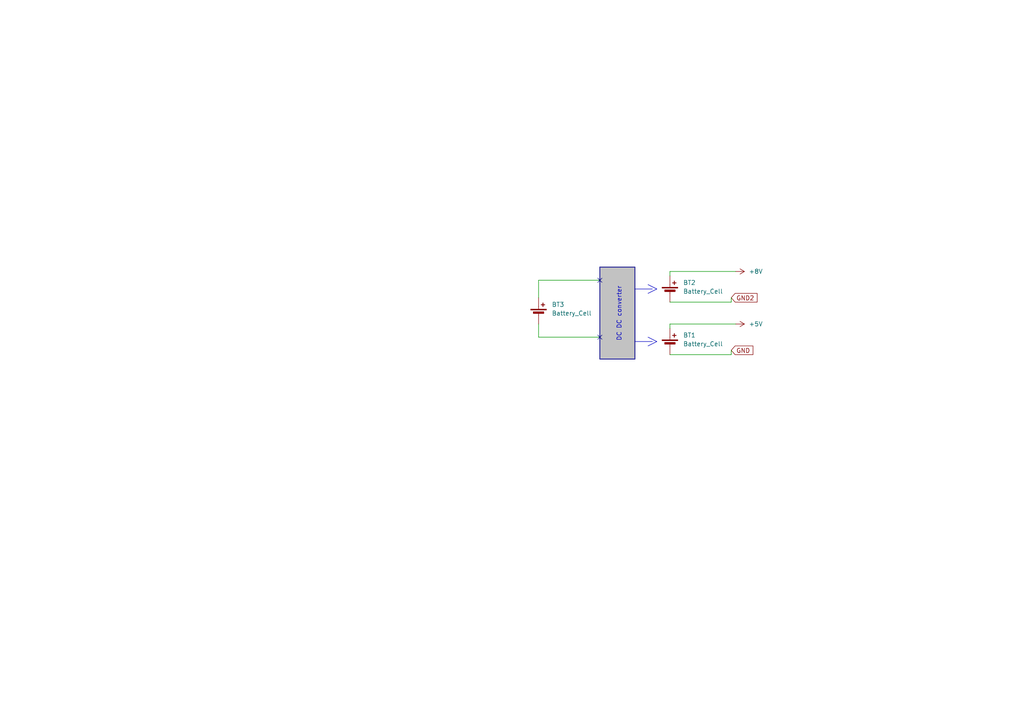
<source format=kicad_sch>
(kicad_sch (version 20230121) (generator eeschema)

  (uuid 73515488-b0ee-424c-9292-bf443906f318)

  (paper "A4")

  (lib_symbols
    (symbol "Battery_Cell_1" (pin_numbers hide) (pin_names (offset 0) hide) (in_bom yes) (on_board yes)
      (property "Reference" "BT1" (at 3.81 3.1115 0)
        (effects (font (size 1.27 1.27)) (justify left))
      )
      (property "Value" "Battery_Cell" (at 3.81 0.5715 0)
        (effects (font (size 1.27 1.27)) (justify left))
      )
      (property "Footprint" "" (at 0 1.524 90)
        (effects (font (size 1.27 1.27)) hide)
      )
      (property "Datasheet" "~" (at 0 1.524 90)
        (effects (font (size 1.27 1.27)) hide)
      )
      (property "ki_keywords" "battery cell" (at 0 0 0)
        (effects (font (size 1.27 1.27)) hide)
      )
      (property "ki_description" "Single-cell battery" (at 0 0 0)
        (effects (font (size 1.27 1.27)) hide)
      )
      (symbol "Battery_Cell_1_0_1"
        (rectangle (start -2.286 1.778) (end 2.286 1.524)
          (stroke (width 0) (type default))
          (fill (type outline))
        )
        (rectangle (start -1.524 1.016) (end 1.524 0.508)
          (stroke (width 0) (type default))
          (fill (type outline))
        )
        (polyline
          (pts
            (xy 0 0.762)
            (xy 0 0)
          )
          (stroke (width 0) (type default))
          (fill (type none))
        )
        (polyline
          (pts
            (xy 0 1.778)
            (xy 0 2.54)
          )
          (stroke (width 0) (type default))
          (fill (type none))
        )
        (polyline
          (pts
            (xy 0.762 3.048)
            (xy 1.778 3.048)
          )
          (stroke (width 0.254) (type default))
          (fill (type none))
        )
        (polyline
          (pts
            (xy 1.27 3.556)
            (xy 1.27 2.54)
          )
          (stroke (width 0.254) (type default))
          (fill (type none))
        )
      )
      (symbol "Battery_Cell_1_1_1"
        (pin power_out line (at 0 5.08 270) (length 2.54)
          (name "+" (effects (font (size 1.27 1.27))))
          (number "1" (effects (font (size 1.27 1.27))))
        )
        (pin power_out line (at 0 -2.54 90) (length 2.54)
          (name "-" (effects (font (size 1.27 1.27))))
          (number "2" (effects (font (size 1.27 1.27))))
        )
      )
    )
    (symbol "Battery_Cell_2" (pin_numbers hide) (pin_names (offset 0) hide) (in_bom yes) (on_board yes)
      (property "Reference" "BT2" (at 3.81 3.1115 0)
        (effects (font (size 1.27 1.27)) (justify left))
      )
      (property "Value" "Battery_Cell" (at 3.81 0.5715 0)
        (effects (font (size 1.27 1.27)) (justify left))
      )
      (property "Footprint" "" (at 0 1.524 90)
        (effects (font (size 1.27 1.27)) hide)
      )
      (property "Datasheet" "~" (at 0 1.524 90)
        (effects (font (size 1.27 1.27)) hide)
      )
      (property "ki_keywords" "battery cell" (at 0 0 0)
        (effects (font (size 1.27 1.27)) hide)
      )
      (property "ki_description" "Single-cell battery" (at 0 0 0)
        (effects (font (size 1.27 1.27)) hide)
      )
      (symbol "Battery_Cell_2_0_1"
        (rectangle (start -2.286 1.778) (end 2.286 1.524)
          (stroke (width 0) (type default))
          (fill (type outline))
        )
        (rectangle (start -1.524 1.016) (end 1.524 0.508)
          (stroke (width 0) (type default))
          (fill (type outline))
        )
        (polyline
          (pts
            (xy 0 0.762)
            (xy 0 0)
          )
          (stroke (width 0) (type default))
          (fill (type none))
        )
        (polyline
          (pts
            (xy 0 1.778)
            (xy 0 2.54)
          )
          (stroke (width 0) (type default))
          (fill (type none))
        )
        (polyline
          (pts
            (xy 0.762 3.048)
            (xy 1.778 3.048)
          )
          (stroke (width 0.254) (type default))
          (fill (type none))
        )
        (polyline
          (pts
            (xy 1.27 3.556)
            (xy 1.27 2.54)
          )
          (stroke (width 0.254) (type default))
          (fill (type none))
        )
      )
      (symbol "Battery_Cell_2_1_1"
        (pin power_out line (at 0 5.08 270) (length 2.54)
          (name "+" (effects (font (size 1.27 1.27))))
          (number "1" (effects (font (size 1.27 1.27))))
        )
        (pin power_out line (at 0 -2.54 90) (length 2.54)
          (name "-" (effects (font (size 1.27 1.27))))
          (number "2" (effects (font (size 1.27 1.27))))
        )
      )
    )
    (symbol "Device:Battery_Cell" (pin_numbers hide) (pin_names (offset 0) hide) (in_bom yes) (on_board yes)
      (property "Reference" "BT" (at 2.54 2.54 0)
        (effects (font (size 1.27 1.27)) (justify left))
      )
      (property "Value" "Battery_Cell" (at 2.54 0 0)
        (effects (font (size 1.27 1.27)) (justify left))
      )
      (property "Footprint" "" (at 0 1.524 90)
        (effects (font (size 1.27 1.27)) hide)
      )
      (property "Datasheet" "~" (at 0 1.524 90)
        (effects (font (size 1.27 1.27)) hide)
      )
      (property "ki_keywords" "battery cell" (at 0 0 0)
        (effects (font (size 1.27 1.27)) hide)
      )
      (property "ki_description" "Single-cell battery" (at 0 0 0)
        (effects (font (size 1.27 1.27)) hide)
      )
      (symbol "Battery_Cell_0_1"
        (rectangle (start -2.286 1.778) (end 2.286 1.524)
          (stroke (width 0) (type default))
          (fill (type outline))
        )
        (rectangle (start -1.524 1.016) (end 1.524 0.508)
          (stroke (width 0) (type default))
          (fill (type outline))
        )
        (polyline
          (pts
            (xy 0 0.762)
            (xy 0 0)
          )
          (stroke (width 0) (type default))
          (fill (type none))
        )
        (polyline
          (pts
            (xy 0 1.778)
            (xy 0 2.54)
          )
          (stroke (width 0) (type default))
          (fill (type none))
        )
        (polyline
          (pts
            (xy 0.762 3.048)
            (xy 1.778 3.048)
          )
          (stroke (width 0.254) (type default))
          (fill (type none))
        )
        (polyline
          (pts
            (xy 1.27 3.556)
            (xy 1.27 2.54)
          )
          (stroke (width 0.254) (type default))
          (fill (type none))
        )
      )
      (symbol "Battery_Cell_1_1"
        (pin passive line (at 0 5.08 270) (length 2.54)
          (name "+" (effects (font (size 1.27 1.27))))
          (number "1" (effects (font (size 1.27 1.27))))
        )
        (pin passive line (at 0 -2.54 90) (length 2.54)
          (name "-" (effects (font (size 1.27 1.27))))
          (number "2" (effects (font (size 1.27 1.27))))
        )
      )
    )
    (symbol "power:+5V" (power) (pin_names (offset 0)) (in_bom yes) (on_board yes)
      (property "Reference" "#PWR" (at 0 -3.81 0)
        (effects (font (size 1.27 1.27)) hide)
      )
      (property "Value" "+5V" (at 0 3.556 0)
        (effects (font (size 1.27 1.27)))
      )
      (property "Footprint" "" (at 0 0 0)
        (effects (font (size 1.27 1.27)) hide)
      )
      (property "Datasheet" "" (at 0 0 0)
        (effects (font (size 1.27 1.27)) hide)
      )
      (property "ki_keywords" "global power" (at 0 0 0)
        (effects (font (size 1.27 1.27)) hide)
      )
      (property "ki_description" "Power symbol creates a global label with name \"+5V\"" (at 0 0 0)
        (effects (font (size 1.27 1.27)) hide)
      )
      (symbol "+5V_0_1"
        (polyline
          (pts
            (xy -0.762 1.27)
            (xy 0 2.54)
          )
          (stroke (width 0) (type default))
          (fill (type none))
        )
        (polyline
          (pts
            (xy 0 0)
            (xy 0 2.54)
          )
          (stroke (width 0) (type default))
          (fill (type none))
        )
        (polyline
          (pts
            (xy 0 2.54)
            (xy 0.762 1.27)
          )
          (stroke (width 0) (type default))
          (fill (type none))
        )
      )
      (symbol "+5V_1_1"
        (pin power_in line (at 0 0 90) (length 0) hide
          (name "+5V" (effects (font (size 1.27 1.27))))
          (number "1" (effects (font (size 1.27 1.27))))
        )
      )
    )
    (symbol "power:+8V" (power) (pin_names (offset 0)) (in_bom yes) (on_board yes)
      (property "Reference" "#PWR" (at 0 -3.81 0)
        (effects (font (size 1.27 1.27)) hide)
      )
      (property "Value" "+8V" (at 0 3.556 0)
        (effects (font (size 1.27 1.27)))
      )
      (property "Footprint" "" (at 0 0 0)
        (effects (font (size 1.27 1.27)) hide)
      )
      (property "Datasheet" "" (at 0 0 0)
        (effects (font (size 1.27 1.27)) hide)
      )
      (property "ki_keywords" "global power" (at 0 0 0)
        (effects (font (size 1.27 1.27)) hide)
      )
      (property "ki_description" "Power symbol creates a global label with name \"+8V\"" (at 0 0 0)
        (effects (font (size 1.27 1.27)) hide)
      )
      (symbol "+8V_0_1"
        (polyline
          (pts
            (xy -0.762 1.27)
            (xy 0 2.54)
          )
          (stroke (width 0) (type default))
          (fill (type none))
        )
        (polyline
          (pts
            (xy 0 0)
            (xy 0 2.54)
          )
          (stroke (width 0) (type default))
          (fill (type none))
        )
        (polyline
          (pts
            (xy 0 2.54)
            (xy 0.762 1.27)
          )
          (stroke (width 0) (type default))
          (fill (type none))
        )
      )
      (symbol "+8V_1_1"
        (pin power_in line (at 0 0 90) (length 0) hide
          (name "+8V" (effects (font (size 1.27 1.27))))
          (number "1" (effects (font (size 1.27 1.27))))
        )
      )
    )
  )


  (no_connect (at 173.99 97.79) (uuid 2ff2b5cc-0bf7-4a69-a84d-b31ecb79e418))
  (no_connect (at 173.99 81.28) (uuid e0b75852-c919-487f-95db-fac0ef18884e))

  (wire (pts (xy 194.31 95.25) (xy 194.31 93.98))
    (stroke (width 0) (type default))
    (uuid 06c0e23e-fff4-474a-97e8-323127d6bddd)
  )
  (wire (pts (xy 156.21 93.98) (xy 156.21 97.79))
    (stroke (width 0) (type default))
    (uuid 31a92161-37ef-49e1-a226-92ad14e1c37c)
  )
  (wire (pts (xy 194.31 80.01) (xy 194.31 78.74))
    (stroke (width 0) (type default))
    (uuid 340383dd-2ca6-4e3a-bf14-47e3b7c71f5a)
  )
  (wire (pts (xy 212.09 101.6) (xy 212.09 102.87))
    (stroke (width 0) (type default))
    (uuid 35cb2f1e-5262-4ccc-84c9-9c0ff16beb21)
  )
  (wire (pts (xy 212.09 87.63) (xy 212.09 86.36))
    (stroke (width 0) (type default))
    (uuid 3c691d47-86ab-49c4-92b6-103b6a1092d0)
  )
  (wire (pts (xy 156.21 81.28) (xy 173.99 81.28))
    (stroke (width 0) (type default))
    (uuid 3eb5baff-54fc-4cdd-a8fc-7f98e01123ce)
  )
  (polyline (pts (xy 187.96 82.55) (xy 190.5 83.82))
    (stroke (width 0) (type default))
    (uuid 471d26ab-d2c5-4185-a76b-bfd42a486f8c)
  )
  (polyline (pts (xy 187.96 85.09) (xy 190.5 83.82))
    (stroke (width 0) (type default))
    (uuid 4d75f002-54ae-4d2b-b777-99c41d948951)
  )
  (polyline (pts (xy 189.23 99.06) (xy 184.15 99.06))
    (stroke (width 0) (type default))
    (uuid 561ccfd2-335d-49b6-8f5f-1fb57dd9232e)
  )
  (polyline (pts (xy 184.15 99.06) (xy 184.15 83.82))
    (stroke (width 0) (type default))
    (uuid 61a5e34c-32f0-400d-977d-2796e6233949)
  )

  (wire (pts (xy 156.21 86.36) (xy 156.21 81.28))
    (stroke (width 0) (type default))
    (uuid ab56ebc0-caef-4d4c-a994-abfd3fda858b)
  )
  (wire (pts (xy 194.31 87.63) (xy 212.09 87.63))
    (stroke (width 0) (type default))
    (uuid b0cf49c8-5a92-4a38-b623-a6307c671d58)
  )
  (polyline (pts (xy 187.96 97.79) (xy 190.5 99.06))
    (stroke (width 0) (type default))
    (uuid bbbc0fae-8889-4dfa-9b29-52d0430efee2)
  )

  (wire (pts (xy 194.31 78.74) (xy 213.36 78.74))
    (stroke (width 0) (type default))
    (uuid bc5bc35a-7907-4494-adfa-65aa1db428ab)
  )
  (polyline (pts (xy 184.15 83.82) (xy 189.23 83.82))
    (stroke (width 0) (type default))
    (uuid c654ce8e-7175-4c20-9f4b-ccaeca121f8c)
  )

  (wire (pts (xy 194.31 93.98) (xy 213.36 93.98))
    (stroke (width 0) (type default))
    (uuid d23ed504-90aa-457c-bd01-c35c8afe3698)
  )
  (polyline (pts (xy 187.96 100.33) (xy 190.5 99.06))
    (stroke (width 0) (type default))
    (uuid f1c8e369-5435-4975-b7d7-4c3dfb9ffd27)
  )

  (wire (pts (xy 156.21 97.79) (xy 173.99 97.79))
    (stroke (width 0) (type default))
    (uuid f7601e35-77c4-4df9-a47e-04a55c9078e9)
  )
  (wire (pts (xy 212.09 102.87) (xy 194.31 102.87))
    (stroke (width 0) (type default))
    (uuid fceb7f1c-8dd3-490f-b27c-74bffc853272)
  )

  (rectangle (start 173.99 77.47) (end 184.15 104.14)
    (stroke (width 0.254) (type default) (color 0 0 132 1))
    (fill (type color) (color 194 194 194 1))
    (uuid 3428d28d-e812-48e7-9673-7265eab0c80c)
  )

  (text "DC DC converter" (at 180.34 99.06 90)
    (effects (font (size 1.27 1.27)) (justify left bottom))
    (uuid 1eb61c04-4782-458c-a003-34ed1a61dd42)
  )

  (global_label "GND" (shape input) (at 212.09 101.6 0) (fields_autoplaced)
    (effects (font (size 1.27 1.27)) (justify left))
    (uuid 2beaac7f-5952-4904-91ed-dd904fd80e0c)
    (property "Intersheetrefs" "${INTERSHEET_REFS}" (at 218.9457 101.6 0)
      (effects (font (size 1.27 1.27)) (justify left))
    )
  )
  (global_label "GND2" (shape input) (at 212.09 86.36 0) (fields_autoplaced)
    (effects (font (size 1.27 1.27)) (justify left))
    (uuid 7895ce5c-3648-42c7-bf58-37752b8b7ee7)
    (property "Intersheetrefs" "${INTERSHEET_REFS}" (at 220.1552 86.36 0)
      (effects (font (size 1.27 1.27)) (justify left))
    )
  )

  (symbol (lib_name "Battery_Cell_2") (lib_id "Device:Battery_Cell") (at 194.31 85.09 0) (unit 1)
    (in_bom yes) (on_board yes) (dnp no) (fields_autoplaced)
    (uuid 32b66830-dae5-4177-8a9c-16514e0088f0)
    (property "Reference" "BT2" (at 198.12 81.9785 0)
      (effects (font (size 1.27 1.27)) (justify left))
    )
    (property "Value" "Battery_Cell" (at 198.12 84.5185 0)
      (effects (font (size 1.27 1.27)) (justify left))
    )
    (property "Footprint" "" (at 194.31 83.566 90)
      (effects (font (size 1.27 1.27)) hide)
    )
    (property "Datasheet" "~" (at 194.31 83.566 90)
      (effects (font (size 1.27 1.27)) hide)
    )
    (pin "2" (uuid e8738a6f-3c6d-4974-b87a-aa72e4097942))
    (pin "1" (uuid db1d3fc3-a359-43a2-a0c4-95245b91e89d))
    (instances
      (project "KaCat1-2 wiring"
        (path "/5d2fc9f9-e9c7-40c5-b3fa-7f2393597598/1895b68d-d5c3-4643-b128-5d57dfb30c32"
          (reference "BT2") (unit 1)
        )
      )
    )
  )

  (symbol (lib_id "power:+8V") (at 213.36 78.74 270) (unit 1)
    (in_bom yes) (on_board yes) (dnp no) (fields_autoplaced)
    (uuid 5a2f8e94-e6e8-4045-a621-413bf58525ab)
    (property "Reference" "#PWR018" (at 209.55 78.74 0)
      (effects (font (size 1.27 1.27)) hide)
    )
    (property "Value" "+8V" (at 217.17 78.74 90)
      (effects (font (size 1.27 1.27)) (justify left))
    )
    (property "Footprint" "" (at 213.36 78.74 0)
      (effects (font (size 1.27 1.27)) hide)
    )
    (property "Datasheet" "" (at 213.36 78.74 0)
      (effects (font (size 1.27 1.27)) hide)
    )
    (pin "1" (uuid 0e09737b-c837-4853-8a5f-97c7c9dbcaef))
    (instances
      (project "KaCat1-2 wiring"
        (path "/5d2fc9f9-e9c7-40c5-b3fa-7f2393597598/1895b68d-d5c3-4643-b128-5d57dfb30c32"
          (reference "#PWR018") (unit 1)
        )
      )
    )
  )

  (symbol (lib_id "power:+5V") (at 213.36 93.98 270) (unit 1)
    (in_bom yes) (on_board yes) (dnp no) (fields_autoplaced)
    (uuid 6410ebd5-f72f-46ec-98ec-e02cbf39e8c3)
    (property "Reference" "#PWR019" (at 209.55 93.98 0)
      (effects (font (size 1.27 1.27)) hide)
    )
    (property "Value" "+5V" (at 217.17 93.98 90)
      (effects (font (size 1.27 1.27)) (justify left))
    )
    (property "Footprint" "" (at 213.36 93.98 0)
      (effects (font (size 1.27 1.27)) hide)
    )
    (property "Datasheet" "" (at 213.36 93.98 0)
      (effects (font (size 1.27 1.27)) hide)
    )
    (pin "1" (uuid 29fa16f1-f517-46f8-bf76-eda8b7297cb1))
    (instances
      (project "KaCat1-2 wiring"
        (path "/5d2fc9f9-e9c7-40c5-b3fa-7f2393597598/1895b68d-d5c3-4643-b128-5d57dfb30c32"
          (reference "#PWR019") (unit 1)
        )
      )
    )
  )

  (symbol (lib_id "Device:Battery_Cell") (at 156.21 91.44 0) (unit 1)
    (in_bom yes) (on_board yes) (dnp no) (fields_autoplaced)
    (uuid bd116580-635b-4f74-8d43-d9fd5b8afcb9)
    (property "Reference" "BT3" (at 160.02 88.3285 0)
      (effects (font (size 1.27 1.27)) (justify left))
    )
    (property "Value" "Battery_Cell" (at 160.02 90.8685 0)
      (effects (font (size 1.27 1.27)) (justify left))
    )
    (property "Footprint" "" (at 156.21 89.916 90)
      (effects (font (size 1.27 1.27)) hide)
    )
    (property "Datasheet" "~" (at 156.21 89.916 90)
      (effects (font (size 1.27 1.27)) hide)
    )
    (pin "2" (uuid 5dffb559-5378-4a13-afd0-93a14da59c47))
    (pin "1" (uuid e8f41e5a-7e44-4b6e-b43f-7c3c46d0b079))
    (instances
      (project "KaCat1-2 wiring"
        (path "/5d2fc9f9-e9c7-40c5-b3fa-7f2393597598/1895b68d-d5c3-4643-b128-5d57dfb30c32"
          (reference "BT3") (unit 1)
        )
      )
    )
  )

  (symbol (lib_name "Battery_Cell_1") (lib_id "Device:Battery_Cell") (at 194.31 100.33 0) (unit 1)
    (in_bom yes) (on_board yes) (dnp no) (fields_autoplaced)
    (uuid cf04b026-3456-4a9f-9c01-86028d378a28)
    (property "Reference" "BT1" (at 198.12 97.2185 0)
      (effects (font (size 1.27 1.27)) (justify left))
    )
    (property "Value" "Battery_Cell" (at 198.12 99.7585 0)
      (effects (font (size 1.27 1.27)) (justify left))
    )
    (property "Footprint" "" (at 194.31 98.806 90)
      (effects (font (size 1.27 1.27)) hide)
    )
    (property "Datasheet" "~" (at 194.31 98.806 90)
      (effects (font (size 1.27 1.27)) hide)
    )
    (pin "2" (uuid e8738a6f-3c6d-4974-b87a-aa72e4097943))
    (pin "1" (uuid db1d3fc3-a359-43a2-a0c4-95245b91e89e))
    (instances
      (project "KaCat1-2 wiring"
        (path "/5d2fc9f9-e9c7-40c5-b3fa-7f2393597598/1895b68d-d5c3-4643-b128-5d57dfb30c32"
          (reference "BT1") (unit 1)
        )
      )
    )
  )
)

</source>
